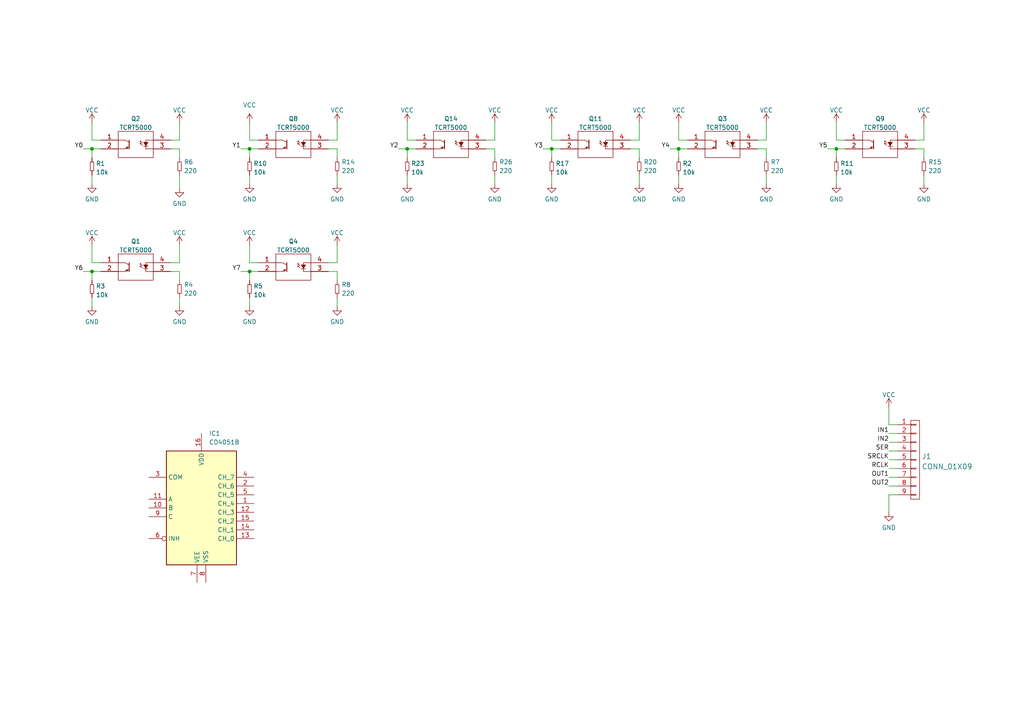
<source format=kicad_sch>
(kicad_sch (version 20231120) (generator "eeschema") (generator_version "8.0")
  (paper "A4")
  (lib_symbols
    (symbol "EESTN5:R" (pin_numbers hide) (pin_names (offset 0))
      (property "Reference" "R" (at -1.27 0 90))
      (property "Value" "R" (at 1.27 0 90))
      (symbol "R_0_1"
        (rectangle (start 0.508 1.27) (end -0.508 -1.27))
      )
      (symbol "R_1_1"
        (pin passive line (at 0 2.54 270) (length 1.27) (name "~") (number "1"))
        (pin passive line (at 0 -2.54 90) (length 1.27) (name "~") (number "2"))
      )
    )
    (symbol "Logic_Gate:CD4051B"
      (property "Reference" "IC" (at 5.08 -17.78 0))
      (property "Value" "CD4051B" (at 5.08 -20.32 0))
      (symbol "CD4051B_1_1"
        (rectangle (start -10.16 16.51) (end 10.16 -16.51) (stroke (width 0.254)) (fill (type background)))
        (pin passive line (at 15.24 1.27 180) (length 5.08) (name "CH_4") (number "1"))
        (pin passive line (at -15.24 0 0) (length 5.08) (name "B") (number "10"))
        (pin passive line (at -15.24 2.54 0) (length 5.08) (name "A") (number "11"))
        (pin passive line (at 15.24 -1.27 180) (length 5.08) (name "CH_3") (number "12"))
        (pin passive line (at 15.24 -8.89 180) (length 5.08) (name "CH_0") (number "13"))
        (pin passive line (at 15.24 -6.35 180) (length 5.08) (name "CH_1") (number "14"))
        (pin passive line (at 15.24 -3.81 180) (length 5.08) (name "CH_2") (number "15"))
        (pin passive line (at 0 21.59 270) (length 5.08) (name "VDD") (number "16"))
        (pin passive line (at 15.24 6.35 180) (length 5.08) (name "CH_6") (number "2"))
        (pin passive line (at -15.24 8.89 0) (length 5.08) (name "COM") (number "3"))
        (pin passive line (at 15.24 8.89 180) (length 5.08) (name "CH_7") (number "4"))
        (pin passive line (at 15.24 3.81 180) (length 5.08) (name "CH_5") (number "5"))
        (pin passive inverted (at -15.24 -8.89 0) (length 5.08) (name "INH") (number "6"))
        (pin passive line (at -1.27 -21.59 90) (length 5.08) (name "VEE") (number "7"))
        (pin passive line (at 1.27 -21.59 90) (length 5.08) (name "VSS") (number "8"))
        (pin passive line (at -15.24 -2.54 0) (length 5.08) (name "C") (number "9"))
      )
    )
    (symbol "MacroLib:CONN_01X09" (pin_names (offset 1.016))
      (property "Reference" "J" (at 0 15.24 0))
      (property "Value" "CONN_01X09" (at 0 12.7 0))
      (symbol "CONN_01X09_1_1"
        (rectangle (start -1.27 -11.43) (end 1.27 11.43))
        (rectangle (start -1.27 -10.033) (end 0.254 -10.287))
        (rectangle (start -1.27 -7.493) (end 0.254 -7.747))
        (rectangle (start -1.27 -4.953) (end 0.254 -5.207))
        (rectangle (start -1.27 -2.413) (end 0.254 -2.667))
        (rectangle (start -1.27 0.127) (end 0.254 -0.127))
        (rectangle (start -1.27 2.667) (end 0.254 2.413))
        (rectangle (start -1.27 5.207) (end 0.254 4.953))
        (rectangle (start -1.27 7.747) (end 0.254 7.493))
        (rectangle (start -1.27 10.287) (end 0.254 10.033))
        (pin passive line (at -5.08 10.16 0) (length 3.81) (name "~") (number "1"))
        (pin passive line (at -5.08 7.62 0) (length 3.81) (name "~") (number "2"))
        (pin passive line (at -5.08 5.08 0) (length 3.81) (name "~") (number "3"))
        (pin passive line (at -5.08 2.54 0) (length 3.81) (name "~") (number "4"))
        (pin passive line (at -5.08 0 0) (length 3.81) (name "~") (number "5"))
        (pin passive line (at -5.08 -2.54 0) (length 3.81) (name "~") (number "6"))
        (pin passive line (at -5.08 -5.08 0) (length 3.81) (name "~") (number "7"))
        (pin passive line (at -5.08 -7.62 0) (length 3.81) (name "~") (number "8"))
        (pin passive line (at -5.08 -10.16 0) (length 3.81) (name "~") (number "9"))
      )
    )
    (symbol "TCRT5000_1" (pin_names (offset 0.762) hide)
      (property "Reference" "Q" (at 6.35 8.89 0))
      (property "Value" "TCRT5000_1" (at 6.35 6.35 0))
      (symbol "TCRT5000_1_0_0"
        (pin passive line (at -10.16 1.27 0) (length 5.08) (name "C") (number "1"))
        (pin passive line (at -10.16 -1.27 0) (length 5.08) (name "E") (number "2"))
        (pin passive line (at 10.16 -1.27 180) (length 5.08) (name "K") (number "3"))
        (pin passive line (at 10.16 1.27 180) (length 5.08) (name "A") (number "4"))
      )
      (symbol "TCRT5000_1_0_1"
        (polyline (pts (xy -3.175 -1.27) (xy -5.08 -1.27)) (stroke (width 0.1524)))
        (polyline (pts (xy -3.175 1.27) (xy -5.08 1.27)) (stroke (width 0.1524)))
        (polyline (pts (xy -1.905 -1.27) (xy -1.905 1.27)) (stroke (width 0.254)))
        (polyline (pts (xy -1.905 -0.635) (xy -3.175 -1.27)) (stroke (width 0.1524)))
        (polyline (pts (xy -1.905 0.635) (xy -3.175 1.27)) (stroke (width 0.1524)))
        (polyline (pts (xy 1.397 0.254) (xy 1.905 -0.254)) (stroke (width 0.1524)))
        (polyline (pts (xy 1.397 0.889) (xy 1.905 0.381)) (stroke (width 0.1524)))
        (polyline (pts (xy 2.286 -0.508) (xy 3.556 -0.508)) (stroke (width 0.1524)))
        (polyline (pts (xy 2.921 -0.508) (xy 2.921 -1.27)) (stroke (width 0.1524)))
        (polyline (pts (xy 5.08 -1.27) (xy 2.921 -1.27)) (stroke (width 0.1524)))
        (polyline (pts (xy 5.08 1.27) (xy 2.921 1.27) (xy 2.921 0.635)) (stroke (width 0.1524)))
        (polyline (pts (xy -5.08 3.81) (xy 5.08 3.81) (xy 5.08 -3.81) (xy -5.08 -3.81) (xy -5.08 3.81)) (stroke (width 0.1524)))
        (polyline (pts (xy -2.286 -1.143) (xy -2.54 -0.635) (xy -2.921 -1.143) (xy -2.286 -1.143) (xy -2.54 -0.635)) (fill (type outline)))
        (polyline (pts (xy 1.397 0.254) (xy 1.27 0.127) (xy 1.27 0.381) (xy 1.524 0.381) (xy 1.397 0.254)) (stroke (width 0.1524)))
        (polyline (pts (xy 1.397 0.889) (xy 1.27 0.762) (xy 1.27 1.016) (xy 1.524 1.016) (xy 1.397 0.889)) (stroke (width 0.1524)))
        (polyline (pts (xy 3.556 0.635) (xy 2.286 0.635) (xy 2.921 -0.381) (xy 3.556 0.635) (xy 2.794 0)) (fill (type outline)))
      )
    )
    (symbol "VCC_1" (power) (pin_numbers hide) (pin_names (offset 0) hide)
      (property "Value" "VCC" (at 0 3.556 0))
      (symbol "VCC_1_0_1"
        (polyline (pts (xy -0.762 1.27) (xy 0 2.54)))
        (polyline (pts (xy 0 0) (xy 0 2.54)))
        (polyline (pts (xy 0 2.54) (xy 0.762 1.27)))
      )
      (symbol "VCC_1_1_1"
        (pin power_in line (at 0 0 90) (length 0) (name "~") (number "1"))
      )
    )
    (symbol "power:GND" (power) (pin_names (offset 0))
      (property "Value" "GND" (at 0 -3.81 0))
      (symbol "GND_0_1"
        (polyline (pts (xy 0 0) (xy 0 -1.27) (xy 1.27 -1.27) (xy 0 -2.54) (xy -1.27 -1.27) (xy 0 -1.27)))
      )
      (symbol "GND_1_1"
        (pin power_in line (at 0 0 270) (length 0) hide (name "GND") (number "1"))
      )
    )
    (symbol "power:VCC" (power) (pin_names (offset 0))
      (property "Value" "VCC" (at 0 3.81 0))
      (symbol "VCC_0_1"
        (polyline (pts (xy -0.762 1.27) (xy 0 2.54)))
        (polyline (pts (xy 0 0) (xy 0 2.54)))
        (polyline (pts (xy 0 2.54) (xy 0.762 1.27)))
      )
      (symbol "VCC_1_1"
        (pin power_in line (at 0 0 90) (length 0) hide (name "VCC") (number "1"))
      )
    )
  )
  (junction (at 160.02 43.18))
  (junction (at 26.67 43.18))
  (junction (at 72.39 43.18))
  (junction (at 196.85 43.18))
  (junction (at 26.67 78.74))
  (junction (at 72.39 78.74))
  (junction (at 242.57 43.18))
  (junction (at 118.11 43.18))
  (wire (pts (xy 160.02 43.18) (xy 162.56 43.18)))
  (wire (pts (xy 143.51 35.56) (xy 143.51 40.64)))
  (wire (pts (xy 196.85 43.18) (xy 196.85 45.72)))
  (wire (pts (xy 185.42 50.8) (xy 185.42 53.34)))
  (wire (pts (xy 95.25 78.74) (xy 97.79 78.74)))
  (wire (pts (xy 240.03 43.18) (xy 242.57 43.18)))
  (wire (pts (xy 69.85 78.74) (xy 72.39 78.74)))
  (wire (pts (xy 72.39 50.8) (xy 72.39 53.34)))
  (wire (pts (xy 115.57 43.18) (xy 118.11 43.18)))
  (wire (pts (xy 185.42 40.64) (xy 182.88 40.64)))
  (wire (pts (xy 219.71 43.18) (xy 222.25 43.18)))
  (wire (pts (xy 185.42 35.56) (xy 185.42 40.64)))
  (wire (pts (xy 118.11 43.18) (xy 120.65 43.18)))
  (wire (pts (xy 257.81 133.35) (xy 260.35 133.35)))
  (wire (pts (xy 97.79 86.36) (xy 97.79 88.9)))
  (wire (pts (xy 267.97 43.18) (xy 267.97 45.72)))
  (wire (pts (xy 72.39 76.2) (xy 74.93 76.2)))
  (wire (pts (xy 52.07 86.36) (xy 52.07 88.9)))
  (wire (pts (xy 52.07 35.56) (xy 52.07 40.64)))
  (wire (pts (xy 26.67 35.56) (xy 26.67 40.64)))
  (wire (pts (xy 185.42 43.18) (xy 185.42 45.72)))
  (wire (pts (xy 257.81 140.97) (xy 260.35 140.97)))
  (wire (pts (xy 52.07 43.18) (xy 52.07 45.72)))
  (wire (pts (xy 69.85 43.18) (xy 72.39 43.18)))
  (wire (pts (xy 265.43 43.18) (xy 267.97 43.18)))
  (wire (pts (xy 257.81 130.81) (xy 260.35 130.81)))
  (wire (pts (xy 222.25 50.8) (xy 222.25 53.34)))
  (wire (pts (xy 26.67 78.74) (xy 29.21 78.74)))
  (wire (pts (xy 257.81 128.27) (xy 260.35 128.27)))
  (wire (pts (xy 97.79 43.18) (xy 97.79 45.72)))
  (wire (pts (xy 140.97 43.18) (xy 143.51 43.18)))
  (wire (pts (xy 52.07 40.64) (xy 49.53 40.64)))
  (wire (pts (xy 118.11 35.56) (xy 118.11 40.64)))
  (wire (pts (xy 222.25 40.64) (xy 219.71 40.64)))
  (wire (pts (xy 97.79 76.2) (xy 95.25 76.2)))
  (wire (pts (xy 257.81 148.59) (xy 257.81 143.51)))
  (wire (pts (xy 160.02 40.64) (xy 162.56 40.64)))
  (wire (pts (xy 267.97 40.64) (xy 265.43 40.64)))
  (wire (pts (xy 97.79 71.12) (xy 97.79 76.2)))
  (wire (pts (xy 160.02 35.56) (xy 160.02 40.64)))
  (wire (pts (xy 242.57 43.18) (xy 245.11 43.18)))
  (wire (pts (xy 257.81 138.43) (xy 260.35 138.43)))
  (wire (pts (xy 143.51 40.64) (xy 140.97 40.64)))
  (wire (pts (xy 222.25 35.56) (xy 222.25 40.64)))
  (wire (pts (xy 257.81 125.73) (xy 260.35 125.73)))
  (wire (pts (xy 97.79 35.56) (xy 97.79 40.64)))
  (wire (pts (xy 118.11 43.18) (xy 118.11 45.72)))
  (wire (pts (xy 242.57 50.8) (xy 242.57 53.34)))
  (wire (pts (xy 72.39 43.18) (xy 74.93 43.18)))
  (wire (pts (xy 242.57 35.56) (xy 242.57 40.64)))
  (wire (pts (xy 194.31 43.18) (xy 196.85 43.18)))
  (wire (pts (xy 72.39 43.18) (xy 72.39 45.72)))
  (wire (pts (xy 97.79 50.8) (xy 97.79 53.34)))
  (wire (pts (xy 257.81 143.51) (xy 260.35 143.51)))
  (wire (pts (xy 72.39 78.74) (xy 72.39 81.28)))
  (wire (pts (xy 24.13 78.74) (xy 26.67 78.74)))
  (wire (pts (xy 72.39 35.56) (xy 72.39 40.64)))
  (wire (pts (xy 196.85 50.8) (xy 196.85 53.34)))
  (wire (pts (xy 118.11 40.64) (xy 120.65 40.64)))
  (wire (pts (xy 160.02 50.8) (xy 160.02 53.34)))
  (wire (pts (xy 49.53 78.74) (xy 52.07 78.74)))
  (wire (pts (xy 267.97 35.56) (xy 267.97 40.64)))
  (wire (pts (xy 26.67 71.12) (xy 26.67 76.2)))
  (wire (pts (xy 242.57 43.18) (xy 242.57 45.72)))
  (wire (pts (xy 52.07 71.12) (xy 52.07 76.2)))
  (wire (pts (xy 26.67 43.18) (xy 26.67 45.72)))
  (wire (pts (xy 196.85 40.64) (xy 199.39 40.64)))
  (wire (pts (xy 143.51 43.18) (xy 143.51 45.72)))
  (wire (pts (xy 257.81 118.11) (xy 257.81 123.19)))
  (wire (pts (xy 52.07 50.8) (xy 52.07 54.61)))
  (wire (pts (xy 242.57 40.64) (xy 245.11 40.64)))
  (wire (pts (xy 26.67 43.18) (xy 29.21 43.18)))
  (wire (pts (xy 72.39 78.74) (xy 74.93 78.74)))
  (wire (pts (xy 26.67 76.2) (xy 29.21 76.2)))
  (wire (pts (xy 26.67 78.74) (xy 26.67 81.28)))
  (wire (pts (xy 52.07 76.2) (xy 49.53 76.2)))
  (wire (pts (xy 157.48 43.18) (xy 160.02 43.18)))
  (wire (pts (xy 26.67 50.8) (xy 26.67 53.34)))
  (wire (pts (xy 143.51 50.8) (xy 143.51 53.34)))
  (wire (pts (xy 26.67 86.36) (xy 26.67 88.9)))
  (wire (pts (xy 222.25 43.18) (xy 222.25 45.72)))
  (wire (pts (xy 49.53 43.18) (xy 52.07 43.18)))
  (wire (pts (xy 72.39 71.12) (xy 72.39 76.2)))
  (wire (pts (xy 118.11 50.8) (xy 118.11 53.34)))
  (wire (pts (xy 95.25 43.18) (xy 97.79 43.18)))
  (wire (pts (xy 97.79 40.64) (xy 95.25 40.64)))
  (wire (pts (xy 196.85 43.18) (xy 199.39 43.18)))
  (wire (pts (xy 196.85 35.56) (xy 196.85 40.64)))
  (wire (pts (xy 24.13 43.18) (xy 26.67 43.18)))
  (wire (pts (xy 267.97 50.8) (xy 267.97 53.34)))
  (wire (pts (xy 260.35 123.19) (xy 257.81 123.19)))
  (wire (pts (xy 52.07 78.74) (xy 52.07 81.28)))
  (wire (pts (xy 72.39 40.64) (xy 74.93 40.64)))
  (wire (pts (xy 182.88 43.18) (xy 185.42 43.18)))
  (wire (pts (xy 257.81 135.89) (xy 260.35 135.89)))
  (wire (pts (xy 160.02 43.18) (xy 160.02 45.72)))
  (wire (pts (xy 72.39 86.36) (xy 72.39 88.9)))
  (wire (pts (xy 97.79 78.74) (xy 97.79 81.28)))
  (wire (pts (xy 26.67 40.64) (xy 29.21 40.64)))
  (label "SRCLK" (at 257.81 133.35 180))
  (label "OUT2" (at 257.81 140.97 180))
  (label "SER" (at 257.81 130.81 180))
  (label "Y6" (at 24.13 78.74 180))
  (label "OUT1" (at 257.81 138.43 180))
  (label "Y5" (at 240.03 43.18 180))
  (label "IN1" (at 257.81 125.73 180))
  (label "Y3" (at 157.48 43.18 180))
  (label "Y4" (at 194.31 43.18 180))
  (label "RCLK" (at 257.81 135.89 180))
  (label "Y0" (at 24.13 43.18 180))
  (label "Y1" (at 69.85 43.18 180))
  (label "Y7" (at 69.85 78.74 180))
  (label "Y2" (at 115.57 43.18 180))
  (label "IN2" (at 257.81 128.27 180))
  (symbol (lib_id "EESTN5:R") (at 118.11 48.26 0) (unit 1)
    (property "Reference" "R23" (at 119.253 47.4253 0) (effects (justify left)))
    (property "Value" "10k" (at 119.253 49.9622 0) (effects (justify left)))
    (property "Footprint" "MacroLib:RES0.3" (effects (hide yes)))
  )
  (symbol (lib_name "TCRT5000_1") (lib_id "MacroLib:TCRT5000") (at 255.27 41.91 0) (unit 1)
    (property "Reference" "Q9" (at 255.27 34.451 0))
    (property "Value" "TCRT5000" (at 255.27 36.9879 0))
    (property "Footprint" "MacroLib:TCRT5000L" (effects (hide yes)))
    (property "Datasheet" "http://www.vishay.com/docs/83760/tcrt5000.pdf" (effects (hide yes)))
    (property "Description" "VISHAY - TCRT5000. - SENSOR, OPTICAL, TRANSISTOR O/P" (effects (hide yes)))
    (property "Height" "6.8" (effects (hide yes)))
    (property "Manufacturer_Name" "Vishay" (effects (hide yes)))
    (property "Manufacturer_Part_Number" "TCRT5000" (effects (hide yes)))
    (property "Mouser Part Number" "782-TCRT5000" (effects (hide yes)))
    (property "Mouser Price/Stock" "https://www.mouser.co.uk/ProductDetail/Vishay-Semiconductors/TCRT5000?qs=glpcD2KT6uaaYldHGIIt5g%3D%3D" (effects (hide yes)))
    (property "Arrow Part Number" "TCRT5000" (effects (hide yes)))
    (property "Arrow Price/Stock" "https://www.arrow.com/en/products/tcrt5000/vishay?region=nac" (effects (hide yes)))
  )
  (symbol (lib_id "power:VCC") (at 143.51 35.56 0) (unit 1)
    (property "Reference" "#PWR017" (effects (hide yes)))
    (property "Value" "VCC" (at 143.51 31.9842 0))
  )
  (symbol (lib_id "EESTN5:R") (at 267.97 48.26 180) (unit 1)
    (property "Reference" "R15" (at 269.24 46.9899 0) (effects (justify right)))
    (property "Value" "220" (at 269.24 49.5299 0) (effects (justify right)))
    (property "Footprint" "MacroLib:RES0.3" (effects (hide yes)))
  )
  (symbol (lib_name "TCRT5000_1") (lib_id "MacroLib:TCRT5000") (at 209.55 41.91 0) (unit 1)
    (property "Reference" "Q3" (at 209.55 34.451 0))
    (property "Value" "TCRT5000" (at 209.55 36.9879 0))
    (property "Footprint" "MacroLib:TCRT5000L" (effects (hide yes)))
    (property "Datasheet" "http://www.vishay.com/docs/83760/tcrt5000.pdf" (effects (hide yes)))
    (property "Description" "VISHAY - TCRT5000. - SENSOR, OPTICAL, TRANSISTOR O/P" (effects (hide yes)))
    (property "Height" "6.8" (effects (hide yes)))
    (property "Manufacturer_Name" "Vishay" (effects (hide yes)))
    (property "Manufacturer_Part_Number" "TCRT5000" (effects (hide yes)))
    (property "Mouser Part Number" "782-TCRT5000" (effects (hide yes)))
    (property "Mouser Price/Stock" "https://www.mouser.co.uk/ProductDetail/Vishay-Semiconductors/TCRT5000?qs=glpcD2KT6uaaYldHGIIt5g%3D%3D" (effects (hide yes)))
    (property "Arrow Part Number" "TCRT5000" (effects (hide yes)))
    (property "Arrow Price/Stock" "https://www.arrow.com/en/products/tcrt5000/vishay?region=nac" (effects (hide yes)))
  )
  (symbol (lib_id "MacroLib:CONN_01X09") (at 265.43 133.35 0) (unit 1)
    (property "Reference" "J1" (at 267.335 132.388 0) (effects (font (size 1.4986 1.4986)) (justify left)))
    (property "Value" "CONN_01X09" (at 267.335 135.3357 0) (effects (font (size 1.4986 1.4986)) (justify left)))
    (property "Footprint" "MacroLib:PIN_STRIP_9" (effects (hide yes)))
  )
  (symbol (lib_id "power:VCC") (at 118.11 35.56 0) (unit 1)
    (property "Reference" "#PWR010" (effects (hide yes)))
    (property "Value" "VCC" (at 118.11 31.9842 0))
  )
  (symbol (lib_id "power:VCC") (at 196.85 35.56 0) (unit 1)
    (property "Reference" "#PWR03" (effects (hide yes)))
    (property "Value" "VCC" (at 196.85 31.9842 0))
  )
  (symbol (lib_id "power:GND") (at 257.81 148.59 0) (unit 1)
    (property "Reference" "#PWR048" (effects (hide yes)))
    (property "Value" "GND" (at 257.81 153.0334 0))
  )
  (symbol (lib_id "power:VCC") (at 97.79 71.12 0) (unit 1)
    (property "Reference" "#PWR028" (effects (hide yes)))
    (property "Value" "VCC" (at 97.79 67.5442 0))
  )
  (symbol (lib_id "power:VCC") (at 26.67 35.56 0) (unit 1)
    (property "Reference" "#PWR01" (effects (hide yes)))
    (property "Value" "VCC" (at 26.67 31.9842 0))
  )
  (symbol (lib_id "power:VCC") (at 267.97 35.56 0) (unit 1)
    (property "Reference" "#PWR016" (effects (hide yes)))
    (property "Value" "VCC" (at 267.97 31.9842 0))
  )
  (symbol (lib_id "power:VCC") (at 222.25 35.56 0) (unit 1)
    (property "Reference" "#PWR011" (effects (hide yes)))
    (property "Value" "VCC" (at 222.25 31.9842 0))
  )
  (symbol (lib_name "TCRT5000_1") (lib_id "MacroLib:TCRT5000") (at 130.81 41.91 0) (unit 1)
    (property "Reference" "Q14" (at 130.81 34.451 0))
    (property "Value" "TCRT5000" (at 130.81 36.9879 0))
    (property "Footprint" "MacroLib:TCRT5000L" (effects (hide yes)))
    (property "Datasheet" "http://www.vishay.com/docs/83760/tcrt5000.pdf" (effects (hide yes)))
    (property "Description" "VISHAY - TCRT5000. - SENSOR, OPTICAL, TRANSISTOR O/P" (effects (hide yes)))
    (property "Height" "6.8" (effects (hide yes)))
    (property "Manufacturer_Name" "Vishay" (effects (hide yes)))
    (property "Manufacturer_Part_Number" "TCRT5000" (effects (hide yes)))
    (property "Mouser Part Number" "782-TCRT5000" (effects (hide yes)))
    (property "Mouser Price/Stock" "https://www.mouser.co.uk/ProductDetail/Vishay-Semiconductors/TCRT5000?qs=glpcD2KT6uaaYldHGIIt5g%3D%3D" (effects (hide yes)))
    (property "Arrow Part Number" "TCRT5000" (effects (hide yes)))
    (property "Arrow Price/Stock" "https://www.arrow.com/en/products/tcrt5000/vishay?region=nac" (effects (hide yes)))
  )
  (symbol (lib_id "power:GND") (at 196.85 53.34 0) (unit 1)
    (property "Reference" "#PWR04" (effects (hide yes)))
    (property "Value" "GND" (at 196.85 57.7834 0))
  )
  (symbol (lib_id "power:GND") (at 72.39 88.9 0) (unit 1)
    (property "Reference" "#PWR027" (effects (hide yes)))
    (property "Value" "GND" (at 72.39 93.3434 0))
  )
  (symbol (lib_id "EESTN5:R") (at 72.39 83.82 0) (unit 1)
    (property "Reference" "R5" (at 73.533 82.9853 0) (effects (justify left)))
    (property "Value" "10k" (at 73.533 85.5222 0) (effects (justify left)))
    (property "Footprint" "MacroLib:RES0.3" (effects (hide yes)))
  )
  (symbol (lib_id "power:VCC") (at 242.57 35.56 0) (unit 1)
    (property "Reference" "#PWR014" (effects (hide yes)))
    (property "Value" "VCC" (at 242.57 31.9842 0))
  )
  (symbol (lib_id "power:VCC") (at 160.02 35.56 0) (unit 1)
    (property "Reference" "#PWR07" (effects (hide yes)))
    (property "Value" "VCC" (at 160.02 31.9842 0))
  )
  (symbol (lib_id "power:GND") (at 97.79 53.34 0) (unit 1)
    (property "Reference" "#PWR020" (effects (hide yes)))
    (property "Value" "GND" (at 97.79 57.7834 0))
  )
  (symbol (lib_id "EESTN5:R") (at 196.85 48.26 0) (unit 1)
    (property "Reference" "R2" (at 197.993 47.4253 0) (effects (justify left)))
    (property "Value" "10k" (at 197.993 49.9622 0) (effects (justify left)))
    (property "Footprint" "MacroLib:RES0.3" (effects (hide yes)))
  )
  (symbol (lib_id "EESTN5:R") (at 72.39 48.26 0) (unit 1)
    (property "Reference" "R10" (at 73.533 47.4253 0) (effects (justify left)))
    (property "Value" "10k" (at 73.533 49.9622 0) (effects (justify left)))
    (property "Footprint" "MacroLib:RES0.3" (effects (hide yes)))
  )
  (symbol (lib_name "TCRT5000_1") (lib_id "MacroLib:TCRT5000") (at 39.37 41.91 0) (unit 1)
    (property "Reference" "Q2" (at 39.37 34.451 0))
    (property "Value" "TCRT5000" (at 39.37 36.9879 0))
    (property "Footprint" "MacroLib:TCRT5000L" (effects (hide yes)))
    (property "Datasheet" "http://www.vishay.com/docs/83760/tcrt5000.pdf" (effects (hide yes)))
    (property "Description" "VISHAY - TCRT5000. - SENSOR, OPTICAL, TRANSISTOR O/P" (effects (hide yes)))
    (property "Height" "6.8" (effects (hide yes)))
    (property "Manufacturer_Name" "Vishay" (effects (hide yes)))
    (property "Manufacturer_Part_Number" "TCRT5000" (effects (hide yes)))
    (property "Mouser Part Number" "782-TCRT5000" (effects (hide yes)))
    (property "Mouser Price/Stock" "https://www.mouser.co.uk/ProductDetail/Vishay-Semiconductors/TCRT5000?qs=glpcD2KT6uaaYldHGIIt5g%3D%3D" (effects (hide yes)))
    (property "Arrow Part Number" "TCRT5000" (effects (hide yes)))
    (property "Arrow Price/Stock" "https://www.arrow.com/en/products/tcrt5000/vishay?region=nac" (effects (hide yes)))
  )
  (symbol (lib_id "power:VCC") (at 97.79 35.56 0) (unit 1)
    (property "Reference" "#PWR012" (effects (hide yes)))
    (property "Value" "VCC" (at 97.79 31.9842 0))
  )
  (symbol (lib_id "EESTN5:R") (at 52.07 83.82 180) (unit 1)
    (property "Reference" "R4" (at 53.34 82.5499 0) (effects (justify right)))
    (property "Value" "220" (at 53.34 85.0899 0) (effects (justify right)))
    (property "Footprint" "MacroLib:RES0.3" (effects (hide yes)))
  )
  (symbol (lib_id "power:VCC") (at 52.07 71.12 0) (unit 1)
    (property "Reference" "#PWR023" (effects (hide yes)))
    (property "Value" "VCC" (at 52.07 67.5442 0))
  )
  (symbol (lib_id "power:GND") (at 242.57 53.34 0) (unit 1)
    (property "Reference" "#PWR015" (effects (hide yes)))
    (property "Value" "GND" (at 242.57 57.7834 0))
  )
  (symbol (lib_name "TCRT5000_1") (lib_id "MacroLib:TCRT5000") (at 85.09 77.47 0) (unit 1)
    (property "Reference" "Q4" (at 85.09 70.011 0))
    (property "Value" "TCRT5000" (at 85.09 72.5479 0))
    (property "Footprint" "MacroLib:TCRT5000L" (effects (hide yes)))
    (property "Datasheet" "http://www.vishay.com/docs/83760/tcrt5000.pdf" (effects (hide yes)))
    (property "Description" "VISHAY - TCRT5000. - SENSOR, OPTICAL, TRANSISTOR O/P" (effects (hide yes)))
    (property "Height" "6.8" (effects (hide yes)))
    (property "Manufacturer_Name" "Vishay" (effects (hide yes)))
    (property "Manufacturer_Part_Number" "TCRT5000" (effects (hide yes)))
    (property "Mouser Part Number" "782-TCRT5000" (effects (hide yes)))
    (property "Mouser Price/Stock" "https://www.mouser.co.uk/ProductDetail/Vishay-Semiconductors/TCRT5000?qs=glpcD2KT6uaaYldHGIIt5g%3D%3D" (effects (hide yes)))
    (property "Arrow Part Number" "TCRT5000" (effects (hide yes)))
    (property "Arrow Price/Stock" "https://www.arrow.com/en/products/tcrt5000/vishay?region=nac" (effects (hide yes)))
  )
  (symbol (lib_id "EESTN5:R") (at 222.25 48.26 180) (unit 1)
    (property "Reference" "R7" (at 223.52 46.9899 0) (effects (justify right)))
    (property "Value" "220" (at 223.52 49.5299 0) (effects (justify right)))
    (property "Footprint" "MacroLib:RES0.3" (effects (hide yes)))
  )
  (symbol (lib_id "power:GND") (at 52.07 54.61 0) (unit 1)
    (property "Reference" "#PWR08" (effects (hide yes)))
    (property "Value" "GND" (at 52.07 59.0534 0))
  )
  (symbol (lib_id "power:GND") (at 185.42 53.34 0) (unit 1)
    (property "Reference" "#PWR029" (effects (hide yes)))
    (property "Value" "GND" (at 185.42 57.7834 0))
  )
  (symbol (lib_id "power:GND") (at 143.51 53.34 0) (unit 1)
    (property "Reference" "#PWR040" (effects (hide yes)))
    (property "Value" "GND" (at 143.51 57.7834 0))
  )
  (symbol (lib_id "power:GND") (at 267.97 53.34 0) (unit 1)
    (property "Reference" "#PWR021" (effects (hide yes)))
    (property "Value" "GND" (at 267.97 57.7834 0))
  )
  (symbol (lib_id "power:GND") (at 97.79 88.9 0) (unit 1)
    (property "Reference" "#PWR030" (effects (hide yes)))
    (property "Value" "GND" (at 97.79 93.3434 0))
  )
  (symbol (lib_id "power:VCC") (at 52.07 35.56 0) (unit 1)
    (property "Reference" "#PWR05" (effects (hide yes)))
    (property "Value" "VCC" (at 52.07 31.9842 0))
  )
  (symbol (lib_id "power:GND") (at 26.67 53.34 0) (unit 1)
    (property "Reference" "#PWR02" (effects (hide yes)))
    (property "Value" "GND" (at 26.67 57.7834 0))
  )
  (symbol (lib_id "EESTN5:R") (at 26.67 48.26 0) (unit 1)
    (property "Reference" "R1" (at 27.813 47.4253 0) (effects (justify left)))
    (property "Value" "10k" (at 27.813 49.9622 0) (effects (justify left)))
    (property "Footprint" "MacroLib:RES0.3" (effects (hide yes)))
  )
  (symbol (lib_id "power:GND") (at 222.25 53.34 0) (unit 1)
    (property "Reference" "#PWR09" (effects (hide yes)))
    (property "Value" "GND" (at 222.25 57.7834 0))
  )
  (symbol (lib_id "power:GND") (at 72.39 53.34 0) (unit 1)
    (property "Reference" "#PWR013" (effects (hide yes)))
    (property "Value" "GND" (at 72.39 57.7834 0))
  )
  (symbol (lib_name "TCRT5000_1") (lib_id "MacroLib:TCRT5000") (at 39.37 77.47 0) (unit 1)
    (property "Reference" "Q1" (at 39.37 70.011 0))
    (property "Value" "TCRT5000" (at 39.37 72.5479 0))
    (property "Footprint" "MacroLib:TCRT5000L" (effects (hide yes)))
    (property "Datasheet" "http://www.vishay.com/docs/83760/tcrt5000.pdf" (effects (hide yes)))
    (property "Description" "VISHAY - TCRT5000. - SENSOR, OPTICAL, TRANSISTOR O/P" (effects (hide yes)))
    (property "Height" "6.8" (effects (hide yes)))
    (property "Manufacturer_Name" "Vishay" (effects (hide yes)))
    (property "Manufacturer_Part_Number" "TCRT5000" (effects (hide yes)))
    (property "Mouser Part Number" "782-TCRT5000" (effects (hide yes)))
    (property "Mouser Price/Stock" "https://www.mouser.co.uk/ProductDetail/Vishay-Semiconductors/TCRT5000?qs=glpcD2KT6uaaYldHGIIt5g%3D%3D" (effects (hide yes)))
    (property "Arrow Part Number" "TCRT5000" (effects (hide yes)))
    (property "Arrow Price/Stock" "https://www.arrow.com/en/products/tcrt5000/vishay?region=nac" (effects (hide yes)))
  )
  (symbol (lib_name "VCC_1") (lib_id "power:VCC") (at 72.39 35.56 0) (unit 1)
    (property "Reference" "#PWR06" (effects (hide yes)))
    (property "Value" "VCC" (at 72.39 30.48 0))
    (property "Description" "Power symbol creates a global label with name \"VCC\"" (effects (hide yes)))
  )
  (symbol (lib_id "EESTN5:R") (at 52.07 48.26 180) (unit 1)
    (property "Reference" "R6" (at 53.34 46.9899 0) (effects (justify right)))
    (property "Value" "220" (at 53.34 49.5299 0) (effects (justify right)))
    (property "Footprint" "MacroLib:RES0.3" (effects (hide yes)))
  )
  (symbol (lib_id "EESTN5:R") (at 26.67 83.82 0) (unit 1)
    (property "Reference" "R3" (at 27.813 82.9853 0) (effects (justify left)))
    (property "Value" "10k" (at 27.813 85.5222 0) (effects (justify left)))
    (property "Footprint" "MacroLib:RES0.3" (effects (hide yes)))
  )
  (symbol (lib_id "EESTN5:R") (at 143.51 48.26 180) (unit 1)
    (property "Reference" "R26" (at 144.78 46.9899 0) (effects (justify right)))
    (property "Value" "220" (at 144.78 49.5299 0) (effects (justify right)))
    (property "Footprint" "MacroLib:RES0.3" (effects (hide yes)))
  )
  (symbol (lib_id "EESTN5:R") (at 160.02 48.26 0) (unit 1)
    (property "Reference" "R17" (at 161.163 47.4253 0) (effects (justify left)))
    (property "Value" "10k" (at 161.163 49.9622 0) (effects (justify left)))
    (property "Footprint" "MacroLib:RES0.3" (effects (hide yes)))
  )
  (symbol (lib_id "power:VCC") (at 26.67 71.12 0) (unit 1)
    (property "Reference" "#PWR019" (effects (hide yes)))
    (property "Value" "VCC" (at 26.67 67.5442 0))
  )
  (symbol (lib_name "TCRT5000_1") (lib_id "MacroLib:TCRT5000") (at 172.72 41.91 0) (unit 1)
    (property "Reference" "Q11" (at 172.72 34.451 0))
    (property "Value" "TCRT5000" (at 172.72 36.9879 0))
    (property "Footprint" "MacroLib:TCRT5000L" (effects (hide yes)))
    (property "Datasheet" "http://www.vishay.com/docs/83760/tcrt5000.pdf" (effects (hide yes)))
    (property "Description" "VISHAY - TCRT5000. - SENSOR, OPTICAL, TRANSISTOR O/P" (effects (hide yes)))
    (property "Height" "6.8" (effects (hide yes)))
    (property "Manufacturer_Name" "Vishay" (effects (hide yes)))
    (property "Manufacturer_Part_Number" "TCRT5000" (effects (hide yes)))
    (property "Mouser Part Number" "782-TCRT5000" (effects (hide yes)))
    (property "Mouser Price/Stock" "https://www.mouser.co.uk/ProductDetail/Vishay-Semiconductors/TCRT5000?qs=glpcD2KT6uaaYldHGIIt5g%3D%3D" (effects (hide yes)))
    (property "Arrow Part Number" "TCRT5000" (effects (hide yes)))
    (property "Arrow Price/Stock" "https://www.arrow.com/en/products/tcrt5000/vishay?region=nac" (effects (hide yes)))
  )
  (symbol (lib_id "EESTN5:R") (at 97.79 83.82 180) (unit 1)
    (property "Reference" "R8" (at 99.06 82.5499 0) (effects (justify right)))
    (property "Value" "220" (at 99.06 85.0899 0) (effects (justify right)))
    (property "Footprint" "MacroLib:RES0.3" (effects (hide yes)))
  )
  (symbol (lib_id "Logic_Gate:CD4051B") (at 58.42 147.32 0) (unit 1)
    (property "Reference" "IC1" (at 60.6141 125.73 0) (effects (justify left)))
    (property "Value" "CD4051B" (at 60.6141 128.27 0) (effects (justify left)))
    (property "Footprint" "CDIP762W66P254L2134H508Q16" (effects (hide yes)))
    (property "Datasheet" "https://www.ti.com/lit/ds/symlink/cd4051b.pdf?ts=1636432999310&ref_url=https%253A%252F%252Fwww.google.com%252F" (effects (hide yes)))
    (property "Description" "Analog Multiplexer Single 8:1 16-Pin CDIP Tube" (effects (hide yes)))
    (property "Manufacturer_Name" "Texas Instruments" (effects (hide yes)))
    (property "Arrow Price/Stock" "https://www.arrow.com/en/products/cd4051bf/texas-instruments?utm_currency=USD&region=europe" (effects (hide yes)))
  )
  (symbol (lib_id "EESTN5:R") (at 97.79 48.26 180) (unit 1)
    (property "Reference" "R14" (at 99.06 46.9899 0) (effects (justify right)))
    (property "Value" "220" (at 99.06 49.5299 0) (effects (justify right)))
    (property "Footprint" "MacroLib:RES0.3" (effects (hide yes)))
  )
  (symbol (lib_name "TCRT5000_1") (lib_id "MacroLib:TCRT5000") (at 85.09 41.91 0) (unit 1)
    (property "Reference" "Q8" (at 85.09 34.451 0))
    (property "Value" "TCRT5000" (at 85.09 36.9879 0))
    (property "Footprint" "MacroLib:TCRT5000L" (effects (hide yes)))
    (property "Datasheet" "http://www.vishay.com/docs/83760/tcrt5000.pdf" (effects (hide yes)))
    (property "Description" "VISHAY - TCRT5000. - SENSOR, OPTICAL, TRANSISTOR O/P" (effects (hide yes)))
    (property "Height" "6.8" (effects (hide yes)))
    (property "Manufacturer_Name" "Vishay" (effects (hide yes)))
    (property "Manufacturer_Part_Number" "TCRT5000" (effects (hide yes)))
    (property "Mouser Part Number" "782-TCRT5000" (effects (hide yes)))
    (property "Mouser Price/Stock" "https://www.mouser.co.uk/ProductDetail/Vishay-Semiconductors/TCRT5000?qs=glpcD2KT6uaaYldHGIIt5g%3D%3D" (effects (hide yes)))
    (property "Arrow Part Number" "TCRT5000" (effects (hide yes)))
    (property "Arrow Price/Stock" "https://www.arrow.com/en/products/tcrt5000/vishay?region=nac" (effects (hide yes)))
  )
  (symbol (lib_id "EESTN5:R") (at 242.57 48.26 0) (unit 1)
    (property "Reference" "R11" (at 243.713 47.4253 0) (effects (justify left)))
    (property "Value" "10k" (at 243.713 49.9622 0) (effects (justify left)))
    (property "Footprint" "MacroLib:RES0.3" (effects (hide yes)))
  )
  (symbol (lib_id "power:VCC") (at 185.42 35.56 0) (unit 1)
    (property "Reference" "#PWR018" (effects (hide yes)))
    (property "Value" "VCC" (at 185.42 31.9842 0))
  )
  (symbol (lib_id "power:GND") (at 160.02 53.34 0) (unit 1)
    (property "Reference" "#PWR024" (effects (hide yes)))
    (property "Value" "GND" (at 160.02 57.7834 0))
  )
  (symbol (lib_id "power:GND") (at 52.07 88.9 0) (unit 1)
    (property "Reference" "#PWR025" (effects (hide yes)))
    (property "Value" "GND" (at 52.07 93.3434 0))
  )
  (symbol (lib_id "EESTN5:R") (at 185.42 48.26 0) (unit 1)
    (property "Reference" "R20" (at 186.69 46.9899 0) (effects (justify left)))
    (property "Value" "220" (at 186.69 49.5299 0) (effects (justify left)))
    (property "Footprint" "MacroLib:RES0.3" (effects (hide yes)))
  )
  (symbol (lib_id "power:GND") (at 118.11 53.34 0) (unit 1)
    (property "Reference" "#PWR033" (effects (hide yes)))
    (property "Value" "GND" (at 118.11 57.7834 0))
  )
  (symbol (lib_id "power:VCC") (at 257.81 118.11 0) (unit 1)
    (property "Reference" "#PWR047" (effects (hide yes)))
    (property "Value" "VCC" (at 257.81 114.5342 0))
  )
  (symbol (lib_id "power:VCC") (at 72.39 71.12 0) (unit 1)
    (property "Reference" "#PWR026" (effects (hide yes)))
    (property "Value" "VCC" (at 72.39 67.5442 0))
  )
  (symbol (lib_id "power:GND") (at 26.67 88.9 0) (unit 1)
    (property "Reference" "#PWR022" (effects (hide yes)))
    (property "Value" "GND" (at 26.67 93.3434 0))
  )
)
</source>
